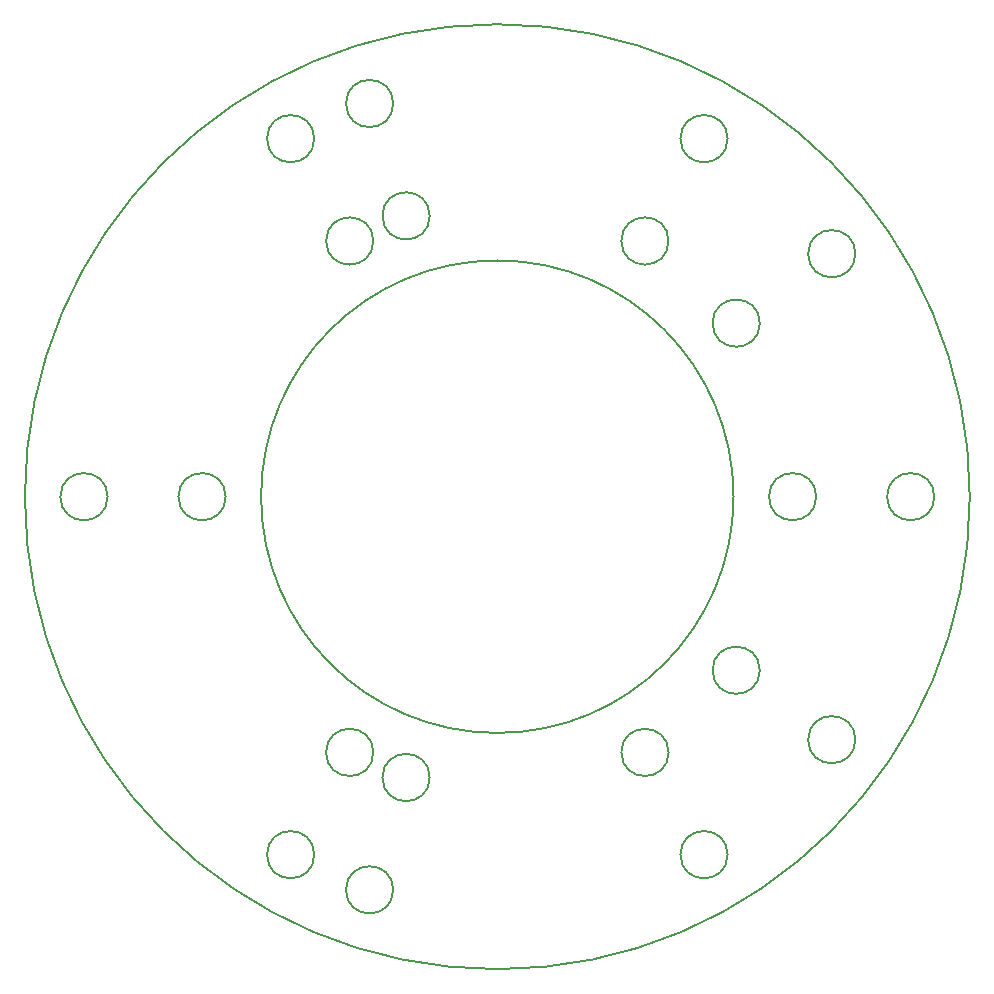
<source format=gbr>
G04 #@! TF.GenerationSoftware,KiCad,Pcbnew,(5.0.0)*
G04 #@! TF.CreationDate,2018-10-21T21:14:25+02:00*
G04 #@! TF.ProjectId,dome disc,646F6D6520646973632E6B696361645F,rev?*
G04 #@! TF.SameCoordinates,Original*
G04 #@! TF.FileFunction,Profile,NP*
%FSLAX46Y46*%
G04 Gerber Fmt 4.6, Leading zero omitted, Abs format (unit mm)*
G04 Created by KiCad (PCBNEW (5.0.0)) date 10/21/18 21:14:25*
%MOMM*%
%LPD*%
G01*
G04 APERTURE LIST*
%ADD10C,0.200000*%
G04 APERTURE END LIST*
D10*
X113125425Y-115387302D02*
G75*
G03X113125425Y-115387302I-2000000J0D01*
G01*
X122900000Y-108852826D02*
G75*
G03X122900000Y-108852826I-2000000J0D01*
G01*
X119809830Y-118363391D02*
G75*
G03X119809830Y-118363391I-2000000J0D01*
G01*
X155625425Y-85076413D02*
G75*
G03X155625425Y-85076413I-2000000J0D01*
G01*
X148125425Y-115387302D02*
G75*
G03X148125425Y-115387302I-2000000J0D01*
G01*
X168625425Y-85076413D02*
G75*
G03X168625425Y-85076413I-40000000J0D01*
G01*
X95625425Y-85076413D02*
G75*
G03X95625425Y-85076413I-2000000J0D01*
G01*
X148625425Y-85076413D02*
G75*
G03X148625425Y-85076413I-20000000J0D01*
G01*
X143125425Y-63425778D02*
G75*
G03X143125425Y-63425778I-2000000J0D01*
G01*
X105625425Y-85076413D02*
G75*
G03X105625425Y-85076413I-2000000J0D01*
G01*
X150850850Y-70381782D02*
G75*
G03X150850850Y-70381782I-2000000J0D01*
G01*
X113125425Y-54765524D02*
G75*
G03X113125425Y-54765524I-2000000J0D01*
G01*
X165625425Y-85076413D02*
G75*
G03X165625425Y-85076413I-2000000J0D01*
G01*
X143125425Y-106727048D02*
G75*
G03X143125425Y-106727048I-2000000J0D01*
G01*
X118125425Y-63425778D02*
G75*
G03X118125425Y-63425778I-2000000J0D01*
G01*
X119809830Y-51789435D02*
G75*
G03X119809830Y-51789435I-2000000J0D01*
G01*
X118125425Y-106727048D02*
G75*
G03X118125425Y-106727048I-2000000J0D01*
G01*
X158941020Y-105648897D02*
G75*
G03X158941020Y-105648897I-2000000J0D01*
G01*
X158941020Y-64503929D02*
G75*
G03X158941020Y-64503929I-2000000J0D01*
G01*
X150850850Y-99771044D02*
G75*
G03X150850850Y-99771044I-2000000J0D01*
G01*
X148125425Y-54765524D02*
G75*
G03X148125425Y-54765524I-2000000J0D01*
G01*
X122900000Y-61300000D02*
G75*
G03X122900000Y-61300000I-2000000J0D01*
G01*
M02*

</source>
